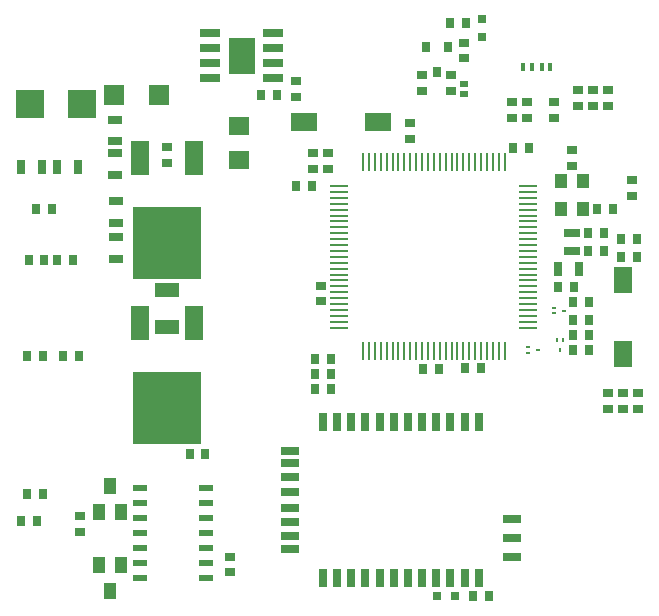
<source format=gtp>
G75*
%MOIN*%
%OFA0B0*%
%FSLAX24Y24*%
%IPPOS*%
%LPD*%
%AMOC8*
5,1,8,0,0,1.08239X$1,22.5*
%
%ADD10R,0.0591X0.0114*%
%ADD11R,0.0114X0.0591*%
%ADD12R,0.0276X0.0354*%
%ADD13R,0.0354X0.0276*%
%ADD14R,0.0315X0.0472*%
%ADD15R,0.0315X0.0630*%
%ADD16R,0.0630X0.0315*%
%ADD17R,0.0315X0.0315*%
%ADD18R,0.0394X0.0551*%
%ADD19R,0.0630X0.1181*%
%ADD20R,0.2283X0.2441*%
%ADD21R,0.0945X0.0945*%
%ADD22R,0.0472X0.0315*%
%ADD23R,0.0689X0.0709*%
%ADD24R,0.0551X0.0276*%
%ADD25R,0.0413X0.0512*%
%ADD26R,0.0472X0.0236*%
%ADD27R,0.0315X0.0354*%
%ADD28R,0.0700X0.0280*%
%ADD29R,0.0906X0.1220*%
%ADD30R,0.0630X0.0906*%
%ADD31R,0.0906X0.0630*%
%ADD32R,0.0787X0.0472*%
%ADD33R,0.0157X0.0276*%
%ADD34R,0.0276X0.0197*%
%ADD35R,0.0710X0.0630*%
%ADD36R,0.0134X0.0102*%
%ADD37R,0.0102X0.0134*%
D10*
X033550Y030588D03*
X033550Y030785D03*
X033550Y030981D03*
X033550Y031178D03*
X033550Y031375D03*
X033550Y031572D03*
X033550Y031769D03*
X033550Y031966D03*
X033550Y032163D03*
X033550Y032359D03*
X033550Y032556D03*
X033550Y032753D03*
X033550Y032950D03*
X033550Y033147D03*
X033550Y033344D03*
X033550Y033541D03*
X033550Y033737D03*
X033550Y033934D03*
X033550Y034131D03*
X033550Y034328D03*
X033550Y034525D03*
X033550Y034722D03*
X033550Y034919D03*
X033550Y035115D03*
X033550Y035312D03*
X039850Y035312D03*
X039850Y035115D03*
X039850Y034919D03*
X039850Y034722D03*
X039850Y034525D03*
X039850Y034328D03*
X039850Y034131D03*
X039850Y033934D03*
X039850Y033737D03*
X039850Y033541D03*
X039850Y033344D03*
X039850Y033147D03*
X039850Y032950D03*
X039850Y032753D03*
X039850Y032556D03*
X039850Y032359D03*
X039850Y032163D03*
X039850Y031966D03*
X039850Y031769D03*
X039850Y031572D03*
X039850Y031375D03*
X039850Y031178D03*
X039850Y030981D03*
X039850Y030785D03*
X039850Y030588D03*
D11*
X039062Y029800D03*
X038865Y029800D03*
X038669Y029800D03*
X038472Y029800D03*
X038275Y029800D03*
X038078Y029800D03*
X037881Y029800D03*
X037684Y029800D03*
X037487Y029800D03*
X037291Y029800D03*
X037094Y029800D03*
X036897Y029800D03*
X036700Y029800D03*
X036503Y029800D03*
X036306Y029800D03*
X036109Y029800D03*
X035913Y029800D03*
X035716Y029800D03*
X035519Y029800D03*
X035322Y029800D03*
X035125Y029800D03*
X034928Y029800D03*
X034731Y029800D03*
X034535Y029800D03*
X034338Y029800D03*
X034338Y036100D03*
X034535Y036100D03*
X034731Y036100D03*
X034928Y036100D03*
X035125Y036100D03*
X035322Y036100D03*
X035519Y036100D03*
X035716Y036100D03*
X035913Y036100D03*
X036109Y036100D03*
X036306Y036100D03*
X036503Y036100D03*
X036700Y036100D03*
X036897Y036100D03*
X037094Y036100D03*
X037291Y036100D03*
X037487Y036100D03*
X037684Y036100D03*
X037881Y036100D03*
X038078Y036100D03*
X038275Y036100D03*
X038472Y036100D03*
X038669Y036100D03*
X038865Y036100D03*
X039062Y036100D03*
D12*
X039344Y036590D03*
X039856Y036590D03*
X042144Y034550D03*
X042656Y034550D03*
X042356Y033750D03*
X041844Y033750D03*
X041844Y033150D03*
X042356Y033150D03*
X042944Y032950D03*
X043456Y032950D03*
X043456Y033550D03*
X042944Y033550D03*
X041356Y031950D03*
X041344Y031450D03*
X041856Y031450D03*
X041856Y030850D03*
X041856Y030350D03*
X041856Y029850D03*
X041344Y029850D03*
X041344Y030350D03*
X041344Y030850D03*
X040844Y031950D03*
X038256Y029240D03*
X037744Y029240D03*
X036856Y029220D03*
X036344Y029220D03*
X033256Y029050D03*
X033256Y028550D03*
X032744Y028550D03*
X032744Y029050D03*
X032744Y029550D03*
X033256Y029550D03*
X029076Y026390D03*
X028564Y026390D03*
X024856Y029650D03*
X024344Y029650D03*
X023656Y029650D03*
X023144Y029650D03*
X023194Y032850D03*
X023706Y032850D03*
X024144Y032850D03*
X024656Y032850D03*
X023956Y034530D03*
X023444Y034530D03*
X030944Y038350D03*
X031456Y038350D03*
X032114Y035310D03*
X032626Y035310D03*
X037244Y040750D03*
X037756Y040750D03*
X023656Y025050D03*
X023144Y025050D03*
X022944Y024150D03*
X023456Y024150D03*
X038010Y021646D03*
X038522Y021646D03*
D13*
X042500Y027894D03*
X043000Y027894D03*
X043500Y027894D03*
X043500Y028406D03*
X043000Y028406D03*
X042500Y028406D03*
X043300Y034994D03*
X043300Y035506D03*
X041300Y035994D03*
X041300Y036506D03*
X040700Y037594D03*
X040700Y038106D03*
X041500Y037994D03*
X042000Y037994D03*
X042500Y037994D03*
X042500Y038506D03*
X042000Y038506D03*
X041500Y038506D03*
X039800Y038106D03*
X039300Y038106D03*
X039300Y037594D03*
X039800Y037594D03*
X037280Y038494D03*
X037280Y039006D03*
X037700Y039564D03*
X037700Y040076D03*
X036300Y039006D03*
X036300Y038494D03*
X035900Y037406D03*
X035900Y036894D03*
X033160Y036406D03*
X032660Y036406D03*
X032660Y035894D03*
X033160Y035894D03*
X032100Y038294D03*
X032100Y038806D03*
X027800Y036606D03*
X027800Y036094D03*
X032930Y031976D03*
X032930Y031464D03*
X024900Y024306D03*
X024900Y023794D03*
X029900Y022956D03*
X029900Y022444D03*
D14*
X040846Y032550D03*
X041554Y032550D03*
X024854Y035950D03*
X024146Y035950D03*
X023654Y035950D03*
X022946Y035950D03*
D15*
X033002Y027448D03*
X033474Y027448D03*
X033946Y027448D03*
X034419Y027448D03*
X034891Y027448D03*
X035364Y027448D03*
X035836Y027448D03*
X036309Y027448D03*
X036781Y027448D03*
X037254Y027448D03*
X037726Y027448D03*
X038198Y027448D03*
X038198Y022252D03*
X037726Y022252D03*
X037254Y022252D03*
X036781Y022252D03*
X036309Y022252D03*
X035836Y022252D03*
X035364Y022252D03*
X034891Y022252D03*
X034419Y022252D03*
X033946Y022252D03*
X033474Y022252D03*
X033002Y022252D03*
D16*
X031899Y023227D03*
X031899Y023630D03*
X031899Y024102D03*
X031899Y024574D03*
X031899Y025126D03*
X031899Y025598D03*
X031899Y026070D03*
X031899Y026473D03*
X039301Y024220D03*
X039301Y023590D03*
X039301Y022960D03*
D17*
X037395Y021650D03*
X036805Y021650D03*
X038300Y040295D03*
X038300Y040885D03*
D18*
X025900Y021817D03*
X025526Y022683D03*
X026274Y022683D03*
X026284Y024447D03*
X025536Y024447D03*
X025910Y025313D03*
D19*
X026902Y030740D03*
X028698Y030740D03*
X028698Y036240D03*
X026902Y036240D03*
D20*
X027800Y033413D03*
X027800Y027913D03*
D21*
X024966Y038050D03*
X023234Y038050D03*
D22*
X026080Y037524D03*
X026080Y036816D03*
X026080Y036404D03*
X026080Y035696D03*
X026100Y034804D03*
X026100Y034096D03*
X026100Y033604D03*
X026100Y032896D03*
D23*
X026048Y038350D03*
X027552Y038350D03*
D24*
X041300Y033745D03*
X041300Y033155D03*
D25*
X040936Y034557D03*
X041664Y034557D03*
X041664Y035463D03*
X040936Y035463D03*
D26*
X029102Y025250D03*
X029102Y024750D03*
X029102Y024250D03*
X029102Y023750D03*
X029102Y023250D03*
X029102Y022750D03*
X029102Y022250D03*
X026898Y022250D03*
X026898Y022750D03*
X026898Y023250D03*
X026898Y023750D03*
X026898Y024250D03*
X026898Y024750D03*
X026898Y025250D03*
D27*
X036800Y039117D03*
X036426Y039944D03*
X037174Y039944D03*
D28*
X031348Y039900D03*
X031348Y040400D03*
X031348Y039400D03*
X031348Y038900D03*
X029252Y038900D03*
X029252Y039400D03*
X029252Y039900D03*
X029252Y040400D03*
D29*
X030300Y039650D03*
D30*
X043000Y032190D03*
X043000Y029710D03*
D31*
X034840Y037450D03*
X032360Y037450D03*
D32*
X027800Y031860D03*
X027800Y030600D03*
D33*
X039682Y039270D03*
X039958Y039270D03*
X040302Y039270D03*
X040578Y039270D03*
D34*
X037720Y038707D03*
X037720Y038393D03*
D35*
X030200Y037310D03*
X030200Y036190D03*
D36*
X039831Y029942D03*
X039831Y029758D03*
X040169Y029850D03*
X040711Y031068D03*
X040711Y031252D03*
X041049Y031160D03*
D37*
X040992Y030179D03*
X040808Y030179D03*
X040900Y029841D03*
M02*

</source>
